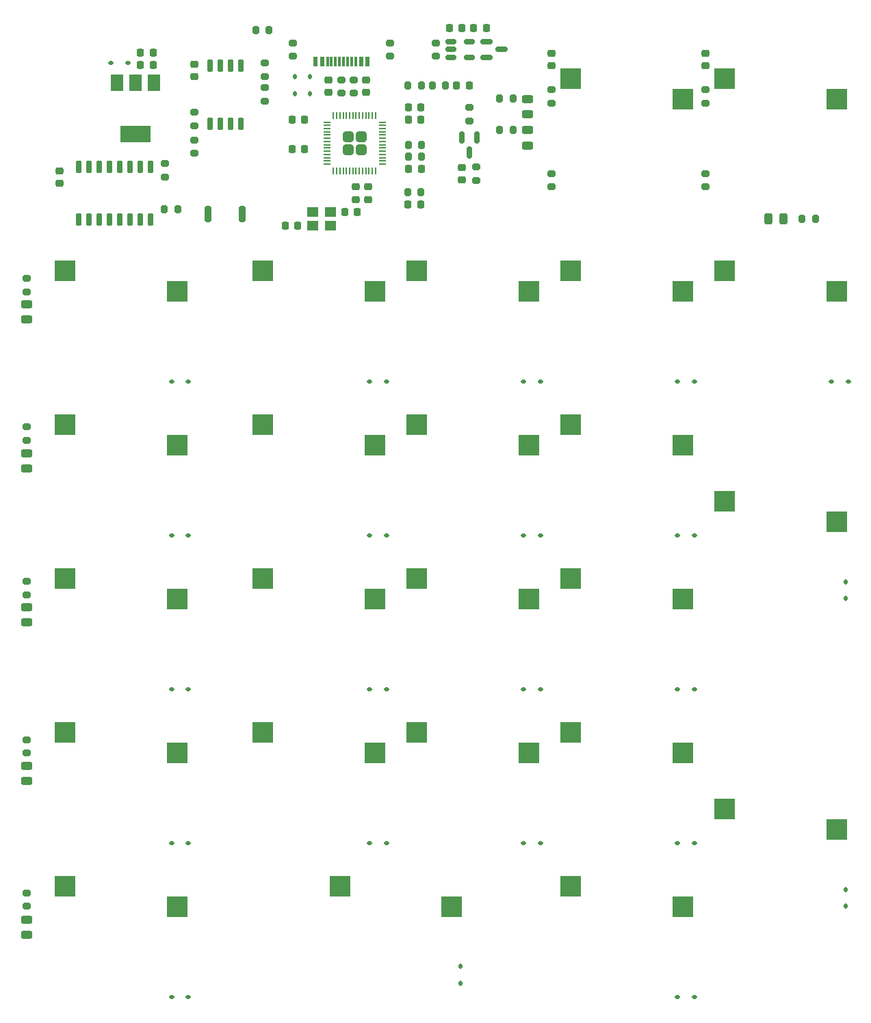
<source format=gbr>
%TF.GenerationSoftware,KiCad,Pcbnew,7.0.7*%
%TF.CreationDate,2024-03-05T00:21:34+09:00*%
%TF.ProjectId,RP2040_KBD,52503230-3430-45f4-9b42-442e6b696361,rev?*%
%TF.SameCoordinates,Original*%
%TF.FileFunction,Paste,Top*%
%TF.FilePolarity,Positive*%
%FSLAX46Y46*%
G04 Gerber Fmt 4.6, Leading zero omitted, Abs format (unit mm)*
G04 Created by KiCad (PCBNEW 7.0.7) date 2024-03-05 00:21:34*
%MOMM*%
%LPD*%
G01*
G04 APERTURE LIST*
G04 Aperture macros list*
%AMRoundRect*
0 Rectangle with rounded corners*
0 $1 Rounding radius*
0 $2 $3 $4 $5 $6 $7 $8 $9 X,Y pos of 4 corners*
0 Add a 4 corners polygon primitive as box body*
4,1,4,$2,$3,$4,$5,$6,$7,$8,$9,$2,$3,0*
0 Add four circle primitives for the rounded corners*
1,1,$1+$1,$2,$3*
1,1,$1+$1,$4,$5*
1,1,$1+$1,$6,$7*
1,1,$1+$1,$8,$9*
0 Add four rect primitives between the rounded corners*
20,1,$1+$1,$2,$3,$4,$5,0*
20,1,$1+$1,$4,$5,$6,$7,0*
20,1,$1+$1,$6,$7,$8,$9,0*
20,1,$1+$1,$8,$9,$2,$3,0*%
G04 Aperture macros list end*
%ADD10RoundRect,0.112500X0.187500X0.112500X-0.187500X0.112500X-0.187500X-0.112500X0.187500X-0.112500X0*%
%ADD11R,2.550000X2.500000*%
%ADD12RoundRect,0.200000X-0.275000X0.200000X-0.275000X-0.200000X0.275000X-0.200000X0.275000X0.200000X0*%
%ADD13RoundRect,0.112500X0.112500X-0.187500X0.112500X0.187500X-0.112500X0.187500X-0.112500X-0.187500X0*%
%ADD14RoundRect,0.225000X0.225000X0.250000X-0.225000X0.250000X-0.225000X-0.250000X0.225000X-0.250000X0*%
%ADD15R,0.600000X1.160000*%
%ADD16R,0.300000X1.160000*%
%ADD17RoundRect,0.200000X0.200000X0.275000X-0.200000X0.275000X-0.200000X-0.275000X0.200000X-0.275000X0*%
%ADD18RoundRect,0.225000X-0.225000X-0.250000X0.225000X-0.250000X0.225000X0.250000X-0.225000X0.250000X0*%
%ADD19RoundRect,0.225000X0.250000X-0.225000X0.250000X0.225000X-0.250000X0.225000X-0.250000X-0.225000X0*%
%ADD20RoundRect,0.150000X0.150000X-0.650000X0.150000X0.650000X-0.150000X0.650000X-0.150000X-0.650000X0*%
%ADD21RoundRect,0.200000X-0.200000X-0.275000X0.200000X-0.275000X0.200000X0.275000X-0.200000X0.275000X0*%
%ADD22RoundRect,0.150000X-0.150000X0.587500X-0.150000X-0.587500X0.150000X-0.587500X0.150000X0.587500X0*%
%ADD23RoundRect,0.243750X0.456250X-0.243750X0.456250X0.243750X-0.456250X0.243750X-0.456250X-0.243750X0*%
%ADD24RoundRect,0.200000X0.275000X-0.200000X0.275000X0.200000X-0.275000X0.200000X-0.275000X-0.200000X0*%
%ADD25RoundRect,0.150000X-0.512500X-0.150000X0.512500X-0.150000X0.512500X0.150000X-0.512500X0.150000X0*%
%ADD26R,1.500000X2.000000*%
%ADD27R,3.800000X2.000000*%
%ADD28RoundRect,0.225000X-0.250000X0.225000X-0.250000X-0.225000X0.250000X-0.225000X0.250000X0.225000X0*%
%ADD29RoundRect,0.200000X0.200000X0.800000X-0.200000X0.800000X-0.200000X-0.800000X0.200000X-0.800000X0*%
%ADD30R,1.400000X1.200000*%
%ADD31RoundRect,0.150000X-0.587500X-0.150000X0.587500X-0.150000X0.587500X0.150000X-0.587500X0.150000X0*%
%ADD32RoundRect,0.243750X-0.243750X-0.456250X0.243750X-0.456250X0.243750X0.456250X-0.243750X0.456250X0*%
%ADD33RoundRect,0.249999X-0.395001X-0.395001X0.395001X-0.395001X0.395001X0.395001X-0.395001X0.395001X0*%
%ADD34RoundRect,0.050000X-0.387500X-0.050000X0.387500X-0.050000X0.387500X0.050000X-0.387500X0.050000X0*%
%ADD35RoundRect,0.050000X-0.050000X-0.387500X0.050000X-0.387500X0.050000X0.387500X-0.050000X0.387500X0*%
G04 APERTURE END LIST*
D10*
%TO.C,D20*%
X104590000Y-130240000D03*
X102490000Y-130240000D03*
%TD*%
D11*
%TO.C,SW3*%
X45800000Y-78440000D03*
X59650000Y-80980000D03*
%TD*%
D10*
%TO.C,D8*%
X61050000Y-92150000D03*
X58950000Y-92150000D03*
%TD*%
D12*
%TO.C,R11*%
X96700000Y-46550000D03*
X96700000Y-48200000D03*
%TD*%
D11*
%TO.C,SW14*%
X89320000Y-97490000D03*
X103170000Y-100030000D03*
%TD*%
D12*
%TO.C,R22*%
X41000000Y-78750000D03*
X41000000Y-80400000D03*
%TD*%
D11*
%TO.C,SW6*%
X45800000Y-135590000D03*
X59650000Y-138130000D03*
%TD*%
%TO.C,SW8*%
X70270000Y-78440000D03*
X84120000Y-80980000D03*
%TD*%
D13*
%TO.C,D3*%
X74200000Y-37500000D03*
X74200000Y-35400000D03*
%TD*%
D14*
%TO.C,C13*%
X95775000Y-36500000D03*
X94225000Y-36500000D03*
%TD*%
D15*
%TO.C,J3*%
X83200000Y-33510000D03*
X82400000Y-33510000D03*
D16*
X81250000Y-33510000D03*
X80250000Y-33510000D03*
X79750000Y-33510000D03*
X78750000Y-33510000D03*
D15*
X77600000Y-33510000D03*
X76800000Y-33510000D03*
X76800000Y-33510000D03*
X77600000Y-33510000D03*
D16*
X78250000Y-33510000D03*
X79250000Y-33510000D03*
X80750000Y-33510000D03*
X81750000Y-33510000D03*
D15*
X82400000Y-33510000D03*
X83200000Y-33510000D03*
%TD*%
D17*
%TO.C,R27*%
X59725000Y-51800000D03*
X58075000Y-51800000D03*
%TD*%
D18*
%TO.C,C2*%
X88250000Y-40700000D03*
X89800000Y-40700000D03*
%TD*%
D11*
%TO.C,SW17*%
X108370000Y-78440000D03*
X122220000Y-80980000D03*
%TD*%
D19*
%TO.C,C22*%
X125000000Y-34000000D03*
X125000000Y-32450000D03*
%TD*%
D10*
%TO.C,D13*%
X85550000Y-92146666D03*
X83450000Y-92146666D03*
%TD*%
D20*
%TO.C,U3*%
X63695000Y-41200000D03*
X64965000Y-41200000D03*
X66235000Y-41200000D03*
X67505000Y-41200000D03*
X67505000Y-34000000D03*
X66235000Y-34000000D03*
X64965000Y-34000000D03*
X63695000Y-34000000D03*
%TD*%
D12*
%TO.C,R12*%
X95800000Y-39187500D03*
X95800000Y-40837500D03*
%TD*%
D21*
%TO.C,R28*%
X99550000Y-38100000D03*
X101200000Y-38100000D03*
%TD*%
D19*
%TO.C,C10*%
X94900000Y-48150000D03*
X94900000Y-46600000D03*
%TD*%
D18*
%TO.C,C4*%
X55125000Y-32400000D03*
X56675000Y-32400000D03*
%TD*%
D19*
%TO.C,C7*%
X78400000Y-37350000D03*
X78400000Y-35800000D03*
%TD*%
D12*
%TO.C,R2*%
X86000000Y-31175000D03*
X86000000Y-32825000D03*
%TD*%
%TO.C,R31*%
X125000000Y-37000000D03*
X125000000Y-38650000D03*
%TD*%
D10*
%TO.C,D11*%
X61050000Y-149300000D03*
X58950000Y-149300000D03*
%TD*%
D11*
%TO.C,SW13*%
X89320000Y-78440000D03*
X103170000Y-80980000D03*
%TD*%
D13*
%TO.C,D27*%
X142340000Y-100000000D03*
X142340000Y-97900000D03*
%TD*%
D22*
%TO.C,Q1*%
X96750000Y-42862500D03*
X94850000Y-42862500D03*
X95800000Y-44737500D03*
%TD*%
D10*
%TO.C,D14*%
X85550000Y-111193332D03*
X83450000Y-111193332D03*
%TD*%
D23*
%TO.C,D35*%
X41000000Y-83875000D03*
X41000000Y-82000000D03*
%TD*%
D12*
%TO.C,R17*%
X81500000Y-35750000D03*
X81500000Y-37400000D03*
%TD*%
D14*
%TO.C,C1*%
X75450000Y-40700000D03*
X73900000Y-40700000D03*
%TD*%
D12*
%TO.C,R24*%
X41000000Y-117450000D03*
X41000000Y-119100000D03*
%TD*%
%TO.C,R13*%
X61800000Y-39775000D03*
X61800000Y-41425000D03*
%TD*%
D24*
%TO.C,R33*%
X125000000Y-49000000D03*
X125000000Y-47350000D03*
%TD*%
D12*
%TO.C,R16*%
X80000000Y-35750000D03*
X80000000Y-37400000D03*
%TD*%
D11*
%TO.C,SW15*%
X89320000Y-116540000D03*
X103170000Y-119080000D03*
%TD*%
D25*
%TO.C,U2*%
X93525000Y-31050000D03*
X93525000Y-32000000D03*
X93525000Y-32950000D03*
X95800000Y-32950000D03*
X95800000Y-31050000D03*
%TD*%
D11*
%TO.C,SW22*%
X127420000Y-87965000D03*
X141270000Y-90505000D03*
%TD*%
D23*
%TO.C,D32*%
X41000000Y-102937500D03*
X41000000Y-101062500D03*
%TD*%
D26*
%TO.C,U1*%
X56800000Y-36150000D03*
X54500000Y-36150000D03*
D27*
X54500000Y-42450000D03*
D26*
X52200000Y-36150000D03*
%TD*%
D10*
%TO.C,D21*%
X123640000Y-73090000D03*
X121540000Y-73090000D03*
%TD*%
%TO.C,D7*%
X61050000Y-73100000D03*
X58950000Y-73100000D03*
%TD*%
D11*
%TO.C,SW11*%
X79795000Y-135590000D03*
X93645000Y-138130000D03*
%TD*%
D10*
%TO.C,D17*%
X104590000Y-73090000D03*
X102490000Y-73090000D03*
%TD*%
D12*
%TO.C,R30*%
X106000000Y-37000000D03*
X106000000Y-38650000D03*
%TD*%
D10*
%TO.C,D25*%
X123640000Y-149290000D03*
X121540000Y-149290000D03*
%TD*%
D11*
%TO.C,SW12*%
X89320000Y-59390000D03*
X103170000Y-61930000D03*
%TD*%
D12*
%TO.C,R26*%
X58100000Y-46150000D03*
X58100000Y-47800000D03*
%TD*%
D23*
%TO.C,D37*%
X103000000Y-40000000D03*
X103000000Y-38125000D03*
%TD*%
D10*
%TO.C,D18*%
X104590000Y-92140000D03*
X102490000Y-92140000D03*
%TD*%
D13*
%TO.C,D2*%
X76100000Y-37500000D03*
X76100000Y-35400000D03*
%TD*%
D14*
%TO.C,C6*%
X75450000Y-44300000D03*
X73900000Y-44300000D03*
%TD*%
D21*
%TO.C,R14*%
X88200000Y-36500000D03*
X89850000Y-36500000D03*
%TD*%
D10*
%TO.C,D9*%
X61050000Y-111200000D03*
X58950000Y-111200000D03*
%TD*%
D18*
%TO.C,C15*%
X73050000Y-53800000D03*
X74600000Y-53800000D03*
%TD*%
%TO.C,C14*%
X88225000Y-51200000D03*
X89775000Y-51200000D03*
%TD*%
D23*
%TO.C,D33*%
X41000000Y-65407500D03*
X41000000Y-63532500D03*
%TD*%
D21*
%TO.C,R19*%
X69375000Y-29575000D03*
X71025000Y-29575000D03*
%TD*%
%TO.C,R29*%
X99550000Y-42000000D03*
X101200000Y-42000000D03*
%TD*%
D12*
%TO.C,R1*%
X61800000Y-43200000D03*
X61800000Y-44850000D03*
%TD*%
D13*
%TO.C,D16*%
X94720000Y-147620000D03*
X94720000Y-145520000D03*
%TD*%
D11*
%TO.C,SW4*%
X45800000Y-97490000D03*
X59650000Y-100030000D03*
%TD*%
D20*
%TO.C,U5*%
X47455000Y-53050000D03*
X48725000Y-53050000D03*
X49995000Y-53050000D03*
X51265000Y-53050000D03*
X52535000Y-53050000D03*
X53805000Y-53050000D03*
X55075000Y-53050000D03*
X56345000Y-53050000D03*
X56345000Y-46550000D03*
X55075000Y-46550000D03*
X53805000Y-46550000D03*
X52535000Y-46550000D03*
X51265000Y-46550000D03*
X49995000Y-46550000D03*
X48725000Y-46550000D03*
X47455000Y-46550000D03*
%TD*%
D11*
%TO.C,SW5*%
X45800000Y-116540000D03*
X59650000Y-119080000D03*
%TD*%
D17*
%TO.C,R20*%
X138650000Y-53000000D03*
X137000000Y-53000000D03*
%TD*%
D28*
%TO.C,C18*%
X83000000Y-35800000D03*
X83000000Y-37350000D03*
%TD*%
D24*
%TO.C,R7*%
X70500000Y-35350000D03*
X70500000Y-33700000D03*
%TD*%
D11*
%TO.C,SW19*%
X108370000Y-116540000D03*
X122220000Y-119080000D03*
%TD*%
D29*
%TO.C,SW1*%
X67700000Y-52400000D03*
X63500000Y-52400000D03*
%TD*%
D23*
%TO.C,D38*%
X103000000Y-43875000D03*
X103000000Y-42000000D03*
%TD*%
D11*
%TO.C,SW18*%
X108370000Y-97490000D03*
X122220000Y-100030000D03*
%TD*%
D18*
%TO.C,C19*%
X88250000Y-39200000D03*
X89800000Y-39200000D03*
%TD*%
D24*
%TO.C,R8*%
X70500000Y-38400000D03*
X70500000Y-36750000D03*
%TD*%
D10*
%TO.C,D24*%
X123640000Y-130240000D03*
X121540000Y-130240000D03*
%TD*%
%TO.C,D10*%
X61050000Y-130250000D03*
X58950000Y-130250000D03*
%TD*%
%TO.C,D23*%
X123640000Y-111190000D03*
X121540000Y-111190000D03*
%TD*%
%TO.C,D1*%
X53550000Y-33700000D03*
X51450000Y-33700000D03*
%TD*%
%TO.C,D15*%
X85550000Y-130240000D03*
X83450000Y-130240000D03*
%TD*%
D11*
%TO.C,SW9*%
X70270000Y-97490000D03*
X84120000Y-100030000D03*
%TD*%
D12*
%TO.C,R21*%
X41000000Y-60350000D03*
X41000000Y-62000000D03*
%TD*%
D30*
%TO.C,Y1*%
X76400000Y-53800000D03*
X78600000Y-53800000D03*
X78600000Y-52100000D03*
X76400000Y-52100000D03*
%TD*%
D21*
%TO.C,R4*%
X88250000Y-43800000D03*
X89900000Y-43800000D03*
%TD*%
D18*
%TO.C,C11*%
X96347500Y-29390000D03*
X97897500Y-29390000D03*
%TD*%
D10*
%TO.C,D22*%
X123640000Y-92140000D03*
X121540000Y-92140000D03*
%TD*%
D11*
%TO.C,SW10*%
X70270000Y-116540000D03*
X84120000Y-119080000D03*
%TD*%
D10*
%TO.C,D26*%
X142690000Y-73090000D03*
X140590000Y-73090000D03*
%TD*%
D18*
%TO.C,C3*%
X88300000Y-46800000D03*
X89850000Y-46800000D03*
%TD*%
D11*
%TO.C,SW20*%
X108370000Y-135590000D03*
X122220000Y-138130000D03*
%TD*%
D19*
%TO.C,C17*%
X83300000Y-50575000D03*
X83300000Y-49025000D03*
%TD*%
D28*
%TO.C,C12*%
X61800000Y-33850000D03*
X61800000Y-35400000D03*
%TD*%
D24*
%TO.C,R3*%
X74000000Y-32825000D03*
X74000000Y-31175000D03*
%TD*%
D31*
%TO.C,D6*%
X97960000Y-31050000D03*
X97960000Y-32950000D03*
X99835000Y-32000000D03*
%TD*%
D23*
%TO.C,D34*%
X41000000Y-122557500D03*
X41000000Y-120682500D03*
%TD*%
D18*
%TO.C,C9*%
X93347500Y-29390000D03*
X94897500Y-29390000D03*
%TD*%
D11*
%TO.C,SW2*%
X45800000Y-59390000D03*
X59650000Y-61930000D03*
%TD*%
D19*
%TO.C,C20*%
X45125000Y-48575000D03*
X45125000Y-47025000D03*
%TD*%
D21*
%TO.C,R15*%
X91200000Y-36500000D03*
X92850000Y-36500000D03*
%TD*%
D11*
%TO.C,SW24*%
X108370000Y-35620000D03*
X122220000Y-38160000D03*
%TD*%
D24*
%TO.C,R32*%
X106000000Y-49000000D03*
X106000000Y-47350000D03*
%TD*%
D19*
%TO.C,C21*%
X106000000Y-34000000D03*
X106000000Y-32450000D03*
%TD*%
D21*
%TO.C,R18*%
X88175000Y-49700000D03*
X89825000Y-49700000D03*
%TD*%
D24*
%TO.C,R6*%
X91697500Y-32825000D03*
X91697500Y-31175000D03*
%TD*%
D18*
%TO.C,C8*%
X55125000Y-33900000D03*
X56675000Y-33900000D03*
%TD*%
D14*
%TO.C,C16*%
X81950000Y-52100000D03*
X80400000Y-52100000D03*
%TD*%
D28*
%TO.C,C5*%
X81800000Y-49025000D03*
X81800000Y-50575000D03*
%TD*%
D17*
%TO.C,R5*%
X89900000Y-45300000D03*
X88250000Y-45300000D03*
%TD*%
D12*
%TO.C,R25*%
X41000000Y-136450000D03*
X41000000Y-138100000D03*
%TD*%
D11*
%TO.C,SW7*%
X70270000Y-59390000D03*
X84120000Y-61930000D03*
%TD*%
D32*
%TO.C,D31*%
X132772500Y-53000000D03*
X134647500Y-53000000D03*
%TD*%
D13*
%TO.C,D28*%
X142340000Y-138097500D03*
X142340000Y-135997500D03*
%TD*%
D33*
%TO.C,U4*%
X80800000Y-42800000D03*
X80800000Y-44400000D03*
X82400000Y-42800000D03*
X82400000Y-44400000D03*
D34*
X78162500Y-41000000D03*
X78162500Y-41400000D03*
X78162500Y-41800000D03*
X78162500Y-42200000D03*
X78162500Y-42600000D03*
X78162500Y-43000000D03*
X78162500Y-43400000D03*
X78162500Y-43800000D03*
X78162500Y-44200000D03*
X78162500Y-44600000D03*
X78162500Y-45000000D03*
X78162500Y-45400000D03*
X78162500Y-45800000D03*
X78162500Y-46200000D03*
D35*
X79000000Y-47037500D03*
X79400000Y-47037500D03*
X79800000Y-47037500D03*
X80200000Y-47037500D03*
X80600000Y-47037500D03*
X81000000Y-47037500D03*
X81400000Y-47037500D03*
X81800000Y-47037500D03*
X82200000Y-47037500D03*
X82600000Y-47037500D03*
X83000000Y-47037500D03*
X83400000Y-47037500D03*
X83800000Y-47037500D03*
X84200000Y-47037500D03*
D34*
X85037500Y-46200000D03*
X85037500Y-45800000D03*
X85037500Y-45400000D03*
X85037500Y-45000000D03*
X85037500Y-44600000D03*
X85037500Y-44200000D03*
X85037500Y-43800000D03*
X85037500Y-43400000D03*
X85037500Y-43000000D03*
X85037500Y-42600000D03*
X85037500Y-42200000D03*
X85037500Y-41800000D03*
X85037500Y-41400000D03*
X85037500Y-41000000D03*
D35*
X84200000Y-40162500D03*
X83800000Y-40162500D03*
X83400000Y-40162500D03*
X83000000Y-40162500D03*
X82600000Y-40162500D03*
X82200000Y-40162500D03*
X81800000Y-40162500D03*
X81400000Y-40162500D03*
X81000000Y-40162500D03*
X80600000Y-40162500D03*
X80200000Y-40162500D03*
X79800000Y-40162500D03*
X79400000Y-40162500D03*
X79000000Y-40162500D03*
%TD*%
D12*
%TO.C,R23*%
X41000000Y-97850000D03*
X41000000Y-99500000D03*
%TD*%
D11*
%TO.C,SW23*%
X127420000Y-126065000D03*
X141270000Y-128605000D03*
%TD*%
%TO.C,SW21*%
X127420000Y-59390000D03*
X141270000Y-61930000D03*
%TD*%
%TO.C,SW25*%
X127420000Y-35620000D03*
X141270000Y-38160000D03*
%TD*%
D10*
%TO.C,D19*%
X104590000Y-111190000D03*
X102490000Y-111190000D03*
%TD*%
D23*
%TO.C,D36*%
X41000000Y-141607500D03*
X41000000Y-139732500D03*
%TD*%
D11*
%TO.C,SW16*%
X108370000Y-59390000D03*
X122220000Y-61930000D03*
%TD*%
D10*
%TO.C,D12*%
X85550000Y-73100000D03*
X83450000Y-73100000D03*
%TD*%
M02*

</source>
